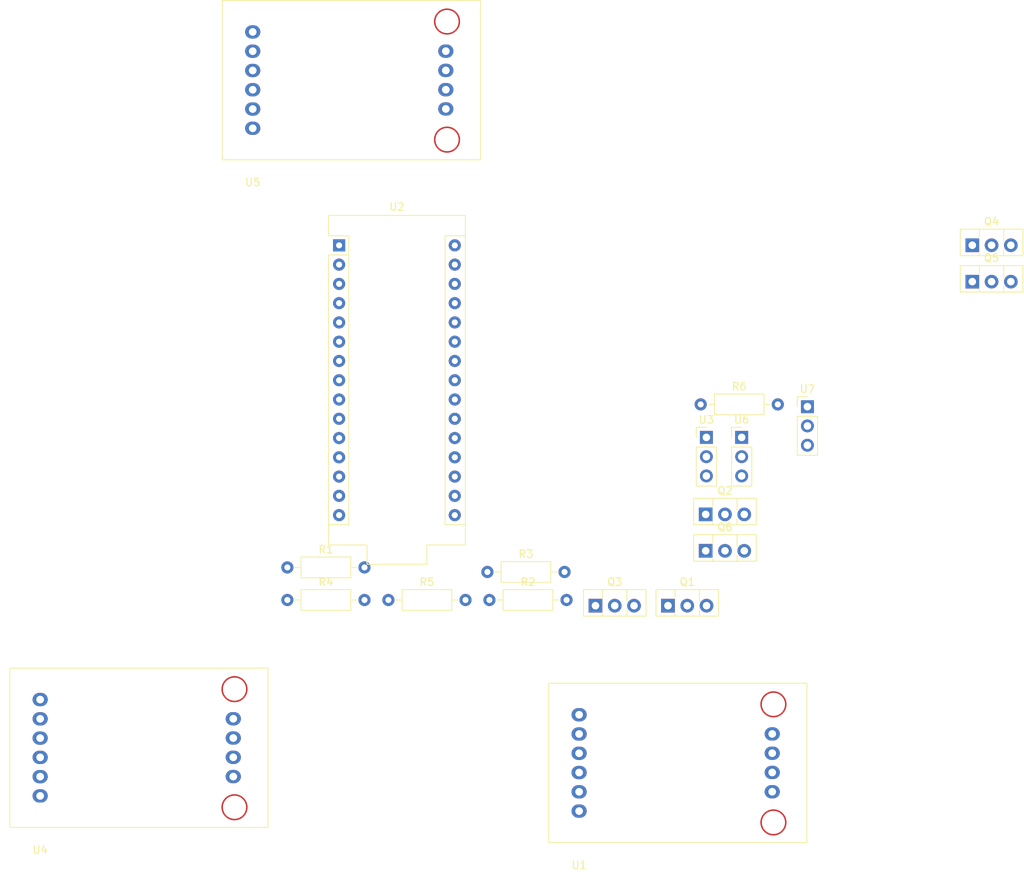
<source format=kicad_pcb>
(kicad_pcb (version 20211014) (generator pcbnew)
  (title_block (date "jeu. 02 avril 2015"))
  (layers (0 "F.Cu" signal) (31 "B.Cu" signal) (34 "B.Paste" user) (35 "F.Paste" user) (36 "B.SilkS" user "B.Silkscreen") (37 "F.SilkS" user "F.Silkscreen") (38 "B.Mask" user) (39 "F.Mask" user) (44 "Edge.Cuts" user))
  (net 0 "")
  (net 29 "Net-(R1-Pad1)")
  (net 30 "Net-(R1-Pad2)")
  (net 31 "Net-(R2-Pad1)")
  (net 52 "Net-(U1-Pad)")
  (net 53 "Net-(U2-Pad5)")
  (net 54 "Net-(U5-Pad)_1")
  (net 55 "Net-(U1-Pad)_3")
  (net 56 "Net-(R3-Pad1)")
  (net 57 "Net-(R3-Pad2)")
  (net 58 "Net-(R4-Pad1)")
  (net 59 "Net-(R5-Pad1)")
  (net 60 "Net-(R5-Pad2)")
  (net 61 "Net-(R6-Pad1)")
  (net 62 "Net-(U2-Pad6)")
  (net 63 "Net-(U1-Pad)_6")
  (net 64 "Net-(U2-Pad9)")
  (net 65 "Net-(U2-Pad16)")
  (footprint "ATWCane-sensor-stuff:HX711board" (layer "F.Cu") (at 101 40.14)
    (fp_text reference "U5" (at 0 -0.5 unlocked) (layer "F.SilkS"))
    (fp_text value "HX711-board")
    (fp_circle (center 25.6 -6.125) (end 27.225 -6.125) (layer "F.Cu") (width 0.2) (fill none))
    (fp_circle (center 25.6 -21.69) (end 27.225 -21.69) (layer "F.Cu") (width 0.2) (fill none))
    (fp_rect (start -4 -24.47) (end 30 -3.47) (layer "F.SilkS") (width 0.12) (fill none))
    (pad "1" thru_hole oval (at 0 -20.32) (size 2 1.75) (drill 1.016) (layers *.Cu *.Mask))
    (pad "2" thru_hole oval (at 0 -17.78) (size 2 1.75) (drill 1.016) (layers *.Cu *.Mask))
    (pad "3" thru_hole oval (at 0 -15.24) (size 2 1.75) (drill 1.016) (layers *.Cu *.Mask))
    (pad "4" thru_hole oval (at 0 -12.7) (size 2 1.75) (drill 1.016) (layers *.Cu *.Mask))
    (pad "5" thru_hole oval (at 0 -10.16) (size 2 1.75) (drill 1.016) (layers *.Cu *.Mask))
    (pad "6" thru_hole oval (at 0 -7.62) (size 2 1.75) (drill 1.016) (layers *.Cu *.Mask))
    (pad "7" thru_hole oval (at 25.44 -17.79 90) (size 1.75 2) (drill 1.016) (layers *.Cu *.Mask))
    (pad "8" thru_hole oval (at 25.44 -15.25 90) (size 1.75 2) (drill 1.016) (layers *.Cu *.Mask))
    (pad "9" thru_hole oval (at 25.44 -12.71 90) (size 1.75 2) (drill 1.016) (layers *.Cu *.Mask))
    (pad "10" thru_hole oval (at 25.44 -10.17) (size 2 1.75) (drill 1.016) (layers *.Cu *.Mask))
  )
  (footprint "Package_TO_SOT_THT:TO-126-3_Vertical" (layer "F.Cu") (at 195.795 47.935)
    (fp_text reference "Q4" (at 2.54 -3.12) (layer "F.SilkS"))
    (fp_text value "BD140")
    (fp_line (start 6.66 -2.12) (end 6.66 1.37) (layer "F.SilkS") (width 0.12))
    (fp_line (start 0.94 -2.12) (end 0.94 -1.05) (layer "F.SilkS") (width 0.12))
    (fp_line (start 0.94 1.05) (end 0.94 1.37) (layer "F.SilkS") (width 0.12))
    (fp_line (start -1.58 1.37) (end 6.66 1.37) (layer "F.SilkS") (width 0.12))
    (fp_line (start 4.141 -2.12) (end 4.141 -0.54) (layer "F.SilkS") (width 0.12))
    (fp_line (start -1.58 -2.12) (end 6.66 -2.12) (layer "F.SilkS") (width 0.12))
    (fp_line (start -1.58 -2.12) (end -1.58 1.37) (layer "F.SilkS") (width 0.12))
    (fp_line (start 4.141 0.54) (end 4.141 1.37) (layer "F.SilkS") (width 0.12))
    (pad "1" thru_hole rect locked (at 0 0) (size 1.8 1.8) (drill 1) (layers *.Cu *.Mask))
    (pad "2" thru_hole oval locked (at 2.54 0) (size 1.8 1.8) (drill 1) (layers *.Cu *.Mask))
    (pad "3" thru_hole oval locked (at 5.08 0) (size 1.8 1.8) (drill 1) (layers *.Cu *.Mask))
  )
  (footprint "Connector_PinHeader_2.54mm:PinHeader_1x03_P2.54mm_Vertical" (layer "F.Cu") (at 174.075 69.215)
    (fp_text reference "U7" (at 0 -2.33) (layer "F.SilkS"))
    (fp_text value "Weight_Sens")
    (fp_line (start -1.33 1.27) (end 1.33 1.27) (layer "F.SilkS") (width 0.12))
    (fp_line (start -1.33 0) (end -1.33 -1.33) (layer "F.SilkS") (width 0.12))
    (fp_line (start -1.33 1.27) (end -1.33 6.41) (layer "F.SilkS") (width 0.12))
    (fp_line (start 1.33 1.27) (end 1.33 6.41) (layer "F.SilkS") (width 0.12))
    (fp_line (start -1.33 6.41) (end 1.33 6.41) (layer "F.SilkS") (width 0.12))
    (fp_line (start -1.33 -1.33) (end 0 -1.33) (layer "F.SilkS") (width 0.12))
    (pad "1" thru_hole rect locked (at 0 0) (size 1.7 1.7) (drill 1) (layers *.Cu *.Mask) (net 54 "Net-(U5-Pad)_1"))
    (pad "2" thru_hole oval locked (at 0 2.54) (size 1.7 1.7) (drill 1) (layers *.Cu *.Mask) (net 59 "Net-(R5-Pad1)"))
    (pad "3" thru_hole oval locked (at 0 5.08) (size 1.7 1.7) (drill 1) (layers *.Cu *.Mask) (net 61 "Net-(R6-Pad1)"))
  )
  (footprint "Resistor_THT:R_Axial_DIN0207_L6.3mm_D2.5mm_P10.16mm_Horizontal" (layer "F.Cu") (at 160.015 68.915)
    (fp_text reference "R6" (at 5.08 -2.37) (layer "F.SilkS"))
    (fp_text value "1kΩ")
    (fp_line (start 1.04 0) (end 1.81 0) (layer "F.SilkS") (width 0.12))
    (fp_line (start 8.35 1.37) (end 8.35 -1.37) (layer "F.SilkS") (width 0.12))
    (fp_line (start 1.81 -1.37) (end 1.81 1.37) (layer "F.SilkS") (width 0.12))
    (fp_line (start 8.35 -1.37) (end 1.81 -1.37) (layer "F.SilkS") (width 0.12))
    (fp_line (start 9.12 0) (end 8.35 0) (layer "F.SilkS") (width 0.12))
    (fp_line (start 1.81 1.37) (end 8.35 1.37) (layer "F.SilkS") (width 0.12))
    (pad "1" thru_hole circle locked (at 0 0) (size 1.6 1.6) (drill 0.8) (layers *.Cu *.Mask) (net 61 "Net-(R6-Pad1)"))
    (pad "2" thru_hole oval locked (at 10.16 0) (size 1.6 1.6) (drill 0.8) (layers *.Cu *.Mask) (net 60 "Net-(R5-Pad2)"))
  )
  (footprint "Package_TO_SOT_THT:TO-126-3_Vertical" (layer "F.Cu") (at 195.795 52.735)
    (fp_text reference "Q5" (at 2.54 -3.12) (layer "F.SilkS"))
    (fp_text value "BD140")
    (fp_line (start 0.94 1.05) (end 0.94 1.37) (layer "F.SilkS") (width 0.12))
    (fp_line (start -1.58 -2.12) (end 6.66 -2.12) (layer "F.SilkS") (width 0.12))
    (fp_line (start 0.94 -2.12) (end 0.94 -1.05) (layer "F.SilkS") (width 0.12))
    (fp_line (start -1.58 -2.12) (end -1.58 1.37) (layer "F.SilkS") (width 0.12))
    (fp_line (start 4.141 0.54) (end 4.141 1.37) (layer "F.SilkS") (width 0.12))
    (fp_line (start 6.66 -2.12) (end 6.66 1.37) (layer "F.SilkS") (width 0.12))
    (fp_line (start 4.141 -2.12) (end 4.141 -0.54) (layer "F.SilkS") (width 0.12))
    (fp_line (start -1.58 1.37) (end 6.66 1.37) (layer "F.SilkS") (width 0.12))
    (pad "1" thru_hole rect locked (at 0 0) (size 1.8 1.8) (drill 1) (layers *.Cu *.Mask))
    (pad "2" thru_hole oval locked (at 2.54 0) (size 1.8 1.8) (drill 1) (layers *.Cu *.Mask))
    (pad "3" thru_hole oval locked (at 5.08 0) (size 1.8 1.8) (drill 1) (layers *.Cu *.Mask))
  )
  (footprint "Package_TO_SOT_THT:TO-126-3_Vertical" (layer "F.Cu") (at 160.675 83.415)
    (fp_text reference "Q2" (at 2.54 -3.12) (layer "F.SilkS"))
    (fp_text value "BD140")
    (fp_line (start 6.66 -2.12) (end 6.66 1.37) (layer "F.SilkS") (width 0.12))
    (fp_line (start -1.58 -2.12) (end -1.58 1.37) (layer "F.SilkS") (width 0.12))
    (fp_line (start 0.94 1.05) (end 0.94 1.37) (layer "F.SilkS") (width 0.12))
    (fp_line (start -1.58 -2.12) (end 6.66 -2.12) (layer "F.SilkS") (width 0.12))
    (fp_line (start 4.141 -2.12) (end 4.141 -0.54) (layer "F.SilkS") (width 0.12))
    (fp_line (start -1.58 1.37) (end 6.66 1.37) (layer "F.SilkS") (width 0.12))
    (fp_line (start 0.94 -2.12) (end 0.94 -1.05) (layer "F.SilkS") (width 0.12))
    (fp_line (start 4.141 0.54) (end 4.141 1.37) (layer "F.SilkS") (width 0.12))
    (pad "1" thru_hole rect locked (at 0 0) (size 1.8 1.8) (drill 1) (layers *.Cu *.Mask))
    (pad "2" thru_hole oval locked (at 2.54 0) (size 1.8 1.8) (drill 1) (layers *.Cu *.Mask))
    (pad "3" thru_hole oval locked (at 5.08 0) (size 1.8 1.8) (drill 1) (layers *.Cu *.Mask))
  )
  (footprint "Package_TO_SOT_THT:TO-126-3_Vertical" (layer "F.Cu") (at 146.155 95.445)
    (fp_text reference "Q3" (at 2.54 -3.12) (layer "F.SilkS"))
    (fp_text value "BD140")
    (fp_line (start 4.141 -2.12) (end 4.141 -0.54) (layer "F.SilkS") (width 0.12))
    (fp_line (start -1.58 -2.12) (end -1.58 1.37) (layer "F.SilkS") (width 0.12))
    (fp_line (start -1.58 -2.12) (end 6.66 -2.12) (layer "F.SilkS") (width 0.12))
    (fp_line (start 0.94 1.05) (end 0.94 1.37) (layer "F.SilkS") (width 0.12))
    (fp_line (start 4.141 0.54) (end 4.141 1.37) (layer "F.SilkS") (width 0.12))
    (fp_line (start -1.58 1.37) (end 6.66 1.37) (layer "F.SilkS") (width 0.12))
    (fp_line (start 6.66 -2.12) (end 6.66 1.37) (layer "F.SilkS") (width 0.12))
    (fp_line (start 0.94 -2.12) (end 0.94 -1.05) (layer "F.SilkS") (width 0.12))
    (pad "1" thru_hole rect locked (at 0 0) (size 1.8 1.8) (drill 1) (layers *.Cu *.Mask))
    (pad "2" thru_hole oval locked (at 2.54 0) (size 1.8 1.8) (drill 1) (layers *.Cu *.Mask))
    (pad "3" thru_hole oval locked (at 5.08 0) (size 1.8 1.8) (drill 1) (layers *.Cu *.Mask))
  )
  (footprint "Resistor_THT:R_Axial_DIN0207_L6.3mm_D2.5mm_P10.16mm_Horizontal" (layer "F.Cu") (at 132.185 94.695)
    (fp_text reference "R2" (at 5.08 -2.37) (layer "F.SilkS"))
    (fp_text value "1kΩ")
    (fp_line (start 1.81 1.37) (end 8.35 1.37) (layer "F.SilkS") (width 0.12))
    (fp_line (start 1.81 -1.37) (end 1.81 1.37) (layer "F.SilkS") (width 0.12))
    (fp_line (start 8.35 1.37) (end 8.35 -1.37) (layer "F.SilkS") (width 0.12))
    (fp_line (start 9.12 0) (end 8.35 0) (layer "F.SilkS") (width 0.12))
    (fp_line (start 8.35 -1.37) (end 1.81 -1.37) (layer "F.SilkS") (width 0.12))
    (fp_line (start 1.04 0) (end 1.81 0) (layer "F.SilkS") (width 0.12))
    (pad "1" thru_hole circle locked (at 0 0) (size 1.6 1.6) (drill 0.8) (layers *.Cu *.Mask) (net 31 "Net-(R2-Pad1)"))
    (pad "2" thru_hole oval locked (at 10.16 0) (size 1.6 1.6) (drill 0.8) (layers *.Cu *.Mask) (net 30 "Net-(R1-Pad2)"))
  )
  (footprint "Resistor_THT:R_Axial_DIN0207_L6.3mm_D2.5mm_P10.16mm_Horizontal" (layer "F.Cu") (at 118.875 94.695)
    (fp_text reference "R5" (at 5.08 -2.37) (layer "F.SilkS"))
    (fp_text value "1kΩ")
    (fp_line (start 1.81 1.37) (end 8.35 1.37) (layer "F.SilkS") (width 0.12))
    (fp_line (start 1.81 -1.37) (end 1.81 1.37) (layer "F.SilkS") (width 0.12))
    (fp_line (start 9.12 0) (end 8.35 0) (layer "F.SilkS") (width 0.12))
    (fp_line (start 1.04 0) (end 1.81 0) (layer "F.SilkS") (width 0.12))
    (fp_line (start 8.35 -1.37) (end 1.81 -1.37) (layer "F.SilkS") (width 0.12))
    (fp_line (start 8.35 1.37) (end 8.35 -1.37) (layer "F.SilkS") (width 0.12))
    (pad "1" thru_hole circle locked (at 0 0) (size 1.6 1.6) (drill 0.8) (layers *.Cu *.Mask) (net 59 "Net-(R5-Pad1)"))
    (pad "2" thru_hole oval locked (at 10.16 0) (size 1.6 1.6) (drill 0.8) (layers *.Cu *.Mask) (net 60 "Net-(R5-Pad2)"))
  )
  (footprint "Package_TO_SOT_THT:TO-126-3_Vertical" (layer "F.Cu") (at 155.705 95.445)
    (fp_text reference "Q1" (at 2.54 -3.12) (layer "F.SilkS"))
    (fp_text value "BD140")
    (fp_line (start 0.94 -2.12) (end 0.94 -1.05) (layer "F.SilkS") (width 0.12))
    (fp_line (start 4.141 -2.12) (end 4.141 -0.54) (layer "F.SilkS") (width 0.12))
    (fp_line (start 0.94 1.05) (end 0.94 1.37) (layer "F.SilkS") (width 0.12))
    (fp_line (start 6.66 -2.12) (end 6.66 1.37) (layer "F.SilkS") (width 0.12))
    (fp_line (start 4.141 0.54) (end 4.141 1.37) (layer "F.SilkS") (width 0.12))
    (fp_line (start -1.58 -2.12) (end 6.66 -2.12) (layer "F.SilkS") (width 0.12))
    (fp_line (start -1.58 1.37) (end 6.66 1.37) (layer "F.SilkS") (width 0.12))
    (fp_line (start -1.58 -2.12) (end -1.58 1.37) (layer "F.SilkS") (width 0.12))
    (pad "1" thru_hole rect locked (at 0 0) (size 1.8 1.8) (drill 1) (layers *.Cu *.Mask))
    (pad "2" thru_hole oval locked (at 2.54 0) (size 1.8 1.8) (drill 1) (layers *.Cu *.Mask))
    (pad "3" thru_hole oval locked (at 5.08 0) (size 1.8 1.8) (drill 1) (layers *.Cu *.Mask))
  )
  (footprint "Resistor_THT:R_Axial_DIN0207_L6.3mm_D2.5mm_P10.16mm_Horizontal" (layer "F.Cu") (at 105.565 90.405)
    (fp_text reference "R1" (at 5.08 -2.37) (layer "F.SilkS"))
    (fp_text value "1kΩ")
    (fp_line (start 8.35 1.37) (end 8.35 -1.37) (layer "F.SilkS") (width 0.12))
    (fp_line (start 1.04 0) (end 1.81 0) (layer "F.SilkS") (width 0.12))
    (fp_line (start 1.81 1.37) (end 8.35 1.37) (layer "F.SilkS") (width 0.12))
    (fp_line (start 1.81 -1.37) (end 1.81 1.37) (layer "F.SilkS") (width 0.12))
    (fp_line (start 9.12 0) (end 8.35 0) (layer "F.SilkS") (width 0.12))
    (fp_line (start 8.35 -1.37) (end 1.81 -1.37) (layer "F.SilkS") (width 0.12))
    (pad "1" thru_hole circle locked (at 0 0) (size 1.6 1.6) (drill 0.8) (layers *.Cu *.Mask) (net 29 "Net-(R1-Pad1)"))
    (pad "2" thru_hole oval locked (at 10.16 0) (size 1.6 1.6) (drill 0.8) (layers *.Cu *.Mask) (net 30 "Net-(R1-Pad2)"))
  )
  (footprint "Connector_PinHeader_2.54mm:PinHeader_1x03_P2.54mm_Vertical" (layer "F.Cu") (at 160.765 73.265)
    (fp_text reference "U3" (at 0 -2.33) (layer "F.SilkS"))
    (fp_text value "Weight_Sens")
    (fp_line (start -1.33 -1.33) (end 0 -1.33) (layer "F.SilkS") (width 0.12))
    (fp_line (start -1.33 1.27) (end 1.33 1.27) (layer "F.SilkS") (width 0.12))
    (fp_line (start -1.33 0) (end -1.33 -1.33) (layer "F.SilkS") (width 0.12))
    (fp_line (start 1.33 1.27) (end 1.33 6.41) (layer "F.SilkS") (width 0.12))
    (fp_line (start -1.33 6.41) (end 1.33 6.41) (layer "F.SilkS") (width 0.12))
    (fp_line (start -1.33 1.27) (end -1.33 6.41) (layer "F.SilkS") (width 0.12))
    (pad "1" thru_hole rect locked (at 0 0) (size 1.7 1.7) (drill 1) (layers *.Cu *.Mask))
    (pad "2" thru_hole oval locked (at 0 2.54) (size 1.7 1.7) (drill 1) (layers *.Cu *.Mask) (net 31 "Net-(R2-Pad1)"))
    (pad "3" thru_hole oval locked (at 0 5.08) (size 1.7 1.7) (drill 1) (layers *.Cu *.Mask) (net 29 "Net-(R1-Pad1)"))
  )
  (footprint "Connector_PinHeader_2.54mm:PinHeader_1x03_P2.54mm_Vertical" (layer "F.Cu") (at 165.415 73.265)
    (fp_text reference "U6" (at 0 -2.33) (layer "F.SilkS"))
    (fp_text value "Weight_Sens")
    (fp_line (start 1.33 1.27) (end 1.33 6.41) (layer "F.SilkS") (width 0.12))
    (fp_line (start -1.33 -1.33) (end 0 -1.33) (layer "F.SilkS") (width 0.12))
    (fp_line (start -1.33 6.41) (end 1.33 6.41) (layer "F.SilkS") (width 0.12))
    (fp_line (start -1.33 0) (end -1.33 -1.33) (layer "F.SilkS") (width 0.12))
    (fp_line (start -1.33 1.27) (end -1.33 6.41) (layer "F.SilkS") (width 0.12))
    (fp_line (start -1.33 1.27) (end 1.33 1.27) (layer "F.SilkS") (width 0.12))
    (pad "1" thru_hole rect locked (at 0 0) (size 1.7 1.7) (drill 1) (layers *.Cu *.Mask) (net 55 "Net-(U1-Pad)_3"))
    (pad "2" thru_hole oval locked (at 0 2.54) (size 1.7 1.7) (drill 1) (layers *.Cu *.Mask) (net 58 "Net-(R4-Pad1)"))
    (pad "3" thru_hole oval locked (at 0 5.08) (size 1.7 1.7) (drill 1) (layers *.Cu *.Mask) (net 56 "Net-(R3-Pad1)"))
  )
  (footprint "ATWCane-sensor-stuff:HX711board" (layer "F.Cu") (at 144 130.14)
    (fp_text reference "U1" (at 0 -0.5 unlocked) (layer "F.SilkS"))
    (fp_text value "HX711-board")
    (fp_circle (center 25.6 -6.125) (end 27.225 -6.125) (layer "F.Cu") (width 0.2) (fill none))
    (fp_circle (center 25.6 -21.69) (end 27.225 -21.69) (layer "F.Cu") (width 0.2) (fill none))
    (fp_rect (start -4 -24.47) (end 30 -3.47) (layer "F.SilkS") (width 0.12) (fill none))
    (pad "1" thru_hole oval (at 0 -20.32) (size 2 1.75) (drill 1.016) (layers *.Cu *.Mask))
    (pad "2" thru_hole oval (at 0 -17.78) (size 2 1.75) (drill 1.016) (layers *.Cu *.Mask))
    (pad "3" thru_hole oval (at 0 -15.24) (size 2 1.75) (drill 1.016) (layers *.Cu *.Mask))
    (pad "4" thru_hole oval (at 0 -12.7) (size 2 1.75) (drill 1.016) (layers *.Cu *.Mask))
    (pad "5" thru_hole oval (at 0 -10.16) (size 2 1.75) (drill 1.016) (layers *.Cu *.Mask))
    (pad "6" thru_hole oval (at 0 -7.62) (size 2 1.75) (drill 1.016) (layers *.Cu *.Mask))
    (pad "7" thru_hole oval (at 25.44 -17.79 90) (size 1.75 2) (drill 1.016) (layers *.Cu *.Mask))
    (pad "8" thru_hole oval (at 25.44 -15.25 90) (size 1.75 2) (drill 1.016) (layers *.Cu *.Mask))
    (pad "9" thru_hole oval (at 25.44 -12.71 90) (size 1.75 2) (drill 1.016) (layers *.Cu *.Mask))
    (pad "10" thru_hole oval (at 25.44 -10.17) (size 2 1.75) (drill 1.016) (layers *.Cu *.Mask))
  )
  (footprint "Resistor_THT:R_Axial_DIN0207_L6.3mm_D2.5mm_P10.16mm_Horizontal" (layer "F.Cu") (at 131.92 91)
    (fp_text reference "R3" (at 5.08 -2.37) (layer "F.SilkS"))
    (fp_text value "1kΩ")
    (fp_line (start 1.04 0) (end 1.81 0) (layer "F.SilkS") (width 0.12))
    (fp_line (start 8.35 -1.37) (end 1.81 -1.37) (layer "F.SilkS") (width 0.12))
    (fp_line (start 1.81 -1.37) (end 1.81 1.37) (layer "F.SilkS") (width 0.12))
    (fp_line (start 1.81 1.37) (end 8.35 1.37) (layer "F.SilkS") (width 0.12))
    (fp_line (start 8.35 1.37) (end 8.35 -1.37) (layer "F.SilkS") (width 0.12))
    (fp_line (start 9.12 0) (end 8.35 0) (layer "F.SilkS") (width 0.12))
    (pad "1" thru_hole circle locked (at 0 0) (size 1.6 1.6) (drill 0.8) (layers *.Cu *.Mask) (net 56 "Net-(R3-Pad1)"))
    (pad "2" thru_hole oval locked (at 10.16 0) (size 1.6 1.6) (drill 0.8) (layers *.Cu *.Mask) (net 57 "Net-(R3-Pad2)"))
  )
  (footprint "Package_TO_SOT_THT:TO-126-3_Vertical" (layer "F.Cu") (at 160.675 88.215)
    (fp_text reference "Q6" (at 2.54 -3.12) (layer "F.SilkS"))
    (fp_text value "BD140")
    (fp_line (start 4.141 -2.12) (end 4.141 -0.54) (layer "F.SilkS") (width 0.12))
    (fp_line (start -1.58 -2.12) (end -1.58 1.37) (layer "F.SilkS") (width 0.12))
    (fp_line (start 0.94 -2.12) (end 0.94 -1.05) (layer "F.SilkS") (width 0.12))
    (fp_line (start 4.141 0.54) (end 4.141 1.37) (layer "F.SilkS") (width 0.12))
    (fp_line (start 0.94 1.05) (end 0.94 1.37) (layer "F.SilkS") (width 0.12))
    (fp_line (start 6.66 -2.12) (end 6.66 1.37) (layer "F.SilkS") (width 0.12))
    (fp_line (start -1.58 1.37) (end 6.66 1.37) (layer "F.SilkS") (width 0.12))
    (fp_line (start -1.58 -2.12) (end 6.66 -2.12) (layer "F.SilkS") (width 0.12))
    (pad "1" thru_hole rect locked (at 0 0) (size 1.8 1.8) (drill 1) (layers *.Cu *.Mask))
    (pad "2" thru_hole oval locked (at 2.54 0) (size 1.8 1.8) (drill 1) (layers *.Cu *.Mask))
    (pad "3" thru_hole oval locked (at 5.08 0) (size 1.8 1.8) (drill 1) (layers *.Cu *.Mask))
  )
  (footprint "ATWCane-sensor-stuff:HX711board" (layer "F.Cu") (at 73 128.14)
    (fp_text reference "U4" (at 0 -0.5 unlocked) (layer "F.SilkS"))
    (fp_text value "HX711-board")
    (fp_circle (center 25.6 -6.125) (end 27.225 -6.125) (layer "F.Cu") (width 0.2) (fill none))
    (fp_circle (center 25.6 -21.69) (end 27.225 -21.69) (layer "F.Cu") (width 0.2) (fill none))
    (fp_rect (start -4 -24.47) (end 30 -3.47) (layer "F.SilkS") (width 0.12) (fill none))
    (pad "1" thru_hole oval (at 0 -20.32) (size 2 1.75) (drill 1.016) (layers *.Cu *.Mask) (net 29 "Net-(R1-Pad1)"))
    (pad "2" thru_hole oval (at 0 -17.78) (size 2 1.75) (drill 1.016) (layers *.Cu *.Mask) (net 31 "Net-(R2-Pad1)"))
    (pad "3" thru_hole oval (at 0 -15.24) (size 2 1.75) (drill 1.016) (layers *.Cu *.Mask) (net 30 "Net-(R1-Pad2)"))
    (pad "4" thru_hole oval (at 0 -12.7) (size 2 1.75) (drill 1.016) (layers *.Cu *.Mask))
    (pad "5" thru_hole oval (at 0 -10.16) (size 2 1.75) (drill 1.016) (layers *.Cu *.Mask))
    (pad "6" thru_hole oval (at 0 -7.62) (size 2 1.75) (drill 1.016) (layers *.Cu *.Mask))
    (pad "7" thru_hole oval (at 25.44 -17.79 90) (size 1.75 2) (drill 1.016) (layers *.Cu *.Mask))
    (pad "8" thru_hole oval (at 25.44 -15.25 90) (size 1.75 2) (drill 1.016) (layers *.Cu *.Mask) (net 65 "Net-(U2-Pad16)"))
    (pad "9" thru_hole oval (at 25.44 -12.71 90) (size 1.75 2) (drill 1.016) (layers *.Cu *.Mask) (net 64 "Net-(U2-Pad9)"))
    (pad "10" thru_hole oval (at 25.44 -10.17) (size 2 1.75) (drill 1.016) (layers *.Cu *.Mask))
  )
  (footprint "Arduino:Arduino_Nano" (layer "F.Cu") (at 112.38 47.95)
    (fp_text reference "U2" (at 7.62 -5.08) (layer "F.SilkS"))
    (fp_text value "Arduino_Nano")
    (fp_line (start 13.97 -1.27) (end 13.97 36.83) (layer "F.SilkS") (width 0.12))
    (fp_line (start 1.27 36.83) (end -1.4 36.83) (layer "F.SilkS") (width 0.12))
    (fp_line (start 16.637 -3.937) (end -1.397 -3.937) (layer "F.SilkS") (width 0.12))
    (fp_line (start 13.97 36.83) (end 16.64 36.83) (layer "F.SilkS") (width 0.12))
    (fp_line (start 16.637 39.497) (end 16.637 -3.937) (layer "F.SilkS") (width 0.12))
    (fp_line (start 3.683 42.037) (end 11.557 42.037) (layer "F.SilkS") (width 0.12))
    (fp_line (start 1.27 1.27) (end -1.397 1.27) (layer "F.SilkS") (width 0.12))
    (fp_line (start -1.397 -3.937) (end -1.397 -1.27) (layer "F.SilkS") (width 0.12))
    (fp_line (start 1.27 1.27) (end 1.27 36.83) (layer "F.SilkS") (width 0.12))
    (fp_line (start 1.27 -1.27) (end -1.397 -1.27) (layer "F.SilkS") (width 0.12))
    (fp_line (start -1.397 1.27) (end -1.397 39.497) (layer "F.SilkS") (width 0.12))
    (fp_line (start 11.557 42.037) (end 11.557 39.497) (layer "F.SilkS") (width 0.12))
    (fp_line (start -1.397 39.497) (end 3.683 39.497) (layer "F.SilkS") (width 0.12))
    (fp_line (start 1.27 1.27) (end 1.27 -1.27) (layer "F.SilkS") (width 0.12))
    (fp_line (start 3.683 42.037) (end 3.683 39.497) (layer "F.SilkS") (width 0.12))
    (fp_line (start 11.557 39.497) (end 16.637 39.497) (layer "F.SilkS") (width 0.12))
    (fp_line (start 13.97 -1.27) (end 16.64 -1.27) (layer "F.SilkS") (width 0.12))
    (pad "1" thru_hole rect (at 0 0) (size 1.6 1.6) (drill 0.8) (layers *.Cu *.Mask))
    (pad "2" thru_hole oval (at 0 2.54) (size 1.6 1.6) (drill 0.8) (layers *.Cu *.Mask))
    (pad "3" thru_hole oval (at 0 5.08) (size 1.6 1.6) (drill 0.8) (layers *.Cu *.Mask))
    (pad "4" thru_hole oval (at 0 7.62) (size 1.6 1.6) (drill 0.8) (layers *.Cu *.Mask))
    (pad "5" thru_hole oval (at 0 10.16) (size 1.6 1.6) (drill 0.8) (layers *.Cu *.Mask) (net 53 "Net-(U2-Pad5)"))
    (pad "6" thru_hole oval (at 0 12.7) (size 1.6 1.6) (drill 0.8) (layers *.Cu *.Mask) (net 62 "Net-(U2-Pad6)"))
    (pad "7" thru_hole oval (at 0 15.24) (size 1.6 1.6) (drill 0.8) (layers *.Cu *.Mask) (net 52 "Net-(U1-Pad)"))
    (pad "8" thru_hole oval (at 0 17.78) (size 1.6 1.6) (drill 0.8) (layers *.Cu *.Mask) (net 63 "Net-(U1-Pad)_6"))
    (pad "9" thru_hole oval (at 0 20.32) (size 1.6 1.6) (drill 0.8) (layers *.Cu *.Mask) (net 64 "Net-(U2-Pad9)"))
    (pad "10" thru_hole oval (at 0 22.86) (size 1.6 1.6) (drill 0.8) (layers *.Cu *.Mask))
    (pad "11" thru_hole oval (at 0 25.4) (size 1.6 1.6) (drill 0.8) (layers *.Cu *.Mask))
    (pad "12" thru_hole oval (at 0 27.94) (size 1.6 1.6) (drill 0.8) (layers *.Cu *.Mask))
    (pad "13" thru_hole oval (at 0 30.48) (size 1.6 1.6) (drill 0.8) (layers *.Cu *.Mask))
    (pad "14" thru_hole oval (at 0 33.02) (size 1.6 1.6) (drill 0.8) (layers *.Cu *.Mask))
    (pad "15" thru_hole oval (at 0 35.56) (size 1.6 1.6) (drill 0.8) (layers *.Cu *.Mask))
    (pad "16" thru_hole oval (at 15.24 35.56) (size 1.6 1.6) (drill 0.8) (layers *.Cu *.Mask) (net 65 "Net-(U2-Pad16)"))
    (pad "17" thru_hole oval (at 15.24 33.02) (size 1.6 1.6) (drill 0.8) (layers *.Cu *.Mask))
    (pad "18" thru_hole oval (at 15.24 30.48) (size 1.6 1.6) (drill 0.8) (layers *.Cu *.Mask))
    (pad "19" thru_hole oval (at 15.24 27.94) (size 1.6 1.6) (drill 0.8) (layers *.Cu *.Mask))
    (pad "20" thru_hole oval (at 15.24 25.4) (size 1.6 1.6) (drill 0.8) (layers *.Cu *.Mask))
    (pad "21" thru_hole oval (at 15.24 22.86) (size 1.6 1.6) (drill 0.8) (layers *.Cu *.Mask))
    (pad "22" thru_hole oval (at 15.24 20.32) (size 1.6 1.6) (drill 0.8) (layers *.Cu *.Mask))
    (pad "23" thru_hole oval (at 15.24 17.78) (size 1.6 1.6) (drill 0.8) (layers *.Cu *.Mask))
    (pad "24" thru_hole oval (at 15.24 15.24) (size 1.6 1.6) (drill 0.8) (layers *.Cu *.Mask))
    (pad "25" thru_hole oval (at 15.24 12.7) (size 1.6 1.6) (drill 0.8) (layers *.Cu *.Mask))
    (pad "26" thru_hole oval (at 15.24 10.16) (size 1.6 1.6) (drill 0.8) (layers *.Cu *.Mask))
    (pad "27" thru_hole oval (at 15.24 7.62) (size 1.6 1.6) (drill 0.8) (layers *.Cu *.Mask))
    (pad "28" thru_hole oval (at 15.24 5.08) (size 1.6 1.6) (drill 0.8) (layers *.Cu *.Mask))
    (pad "29" thru_hole oval (at 15.24 2.54) (size 1.6 1.6) (drill 0.8) (layers *.Cu *.Mask))
    (pad "30" thru_hole oval (at 15.24 0) (size 1.6 1.6) (drill 0.8) (layers *.Cu *.Mask))
  )
  (footprint "Resistor_THT:R_Axial_DIN0207_L6.3mm_D2.5mm_P10.16mm_Horizontal" (layer "F.Cu") (at 105.565 94.695)
    (fp_text reference "R4" (at 5.08 -2.37) (layer "F.SilkS"))
    (fp_text value "1kΩ")
    (fp_line (start 1.04 0) (end 1.81 0) (layer "F.SilkS") (width 0.12))
    (fp_line (start 8.35 1.37) (end 8.35 -1.37) (layer "F.SilkS") (width 0.12))
    (fp_line (start 9.12 0) (end 8.35 0) (layer "F.SilkS") (width 0.12))
    (fp_line (start 1.81 1.37) (end 8.35 1.37) (layer "F.SilkS") (width 0.12))
    (fp_line (start 8.35 -1.37) (end 1.81 -1.37) (layer "F.SilkS") (width 0.12))
    (fp_line (start 1.81 -1.37) (end 1.81 1.37) (layer "F.SilkS") (width 0.12))
    (pad "1" thru_hole circle locked (at 0 0) (size 1.6 1.6) (drill 0.8) (layers *.Cu *.Mask) (net 58 "Net-(R4-Pad1)"))
    (pad "2" thru_hole oval locked (at 10.16 0) (size 1.6 1.6) (drill 0.8) (layers *.Cu *.Mask) (net 57 "Net-(R3-Pad2)"))
  )
)
</source>
